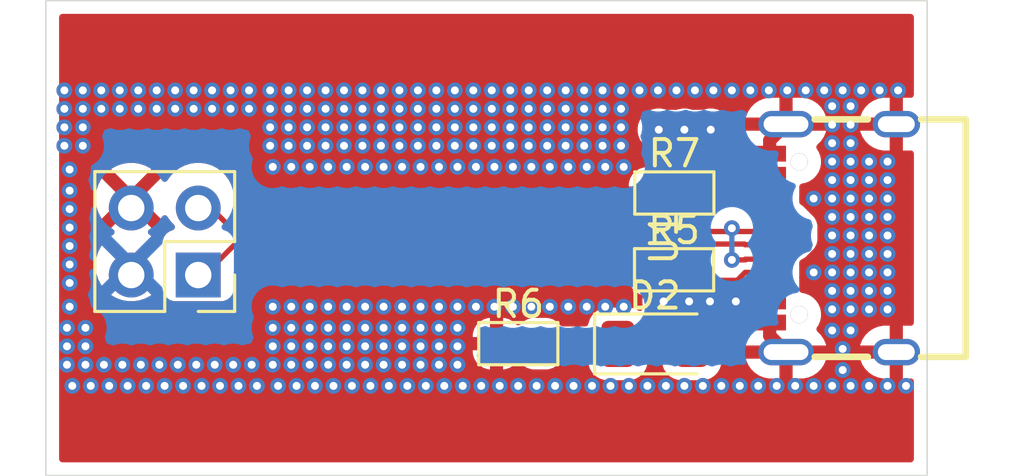
<source format=kicad_pcb>
(kicad_pcb (version 20241229) (generator "pcbnew") (generator_version "9.0")
  (layers (0 "F.Cu" signal) (2 "B.Cu" signal) (13 "F.Paste" user) (15 "B.Paste" user) (5 "F.SilkS" user "F.Silkscreen") (7 "B.SilkS" user "B.Silkscreen") (1 "F.Mask" user) (3 "B.Mask" user) (25 "Edge.Cuts" user))
  (net 0 "")
  (net 1 "Net-(U1-CC1)")
  (net 2 "GND")
  (net 3 "Net-(U1-CC2)")
  (net 6 "+5V")
  (net 7 "/D-")
  (net 8 "/D+")
  (net 9 "Net-(D2-K)")
  (footprint "Connector_PinHeader_2.54mm:PinHeader_2x02_P2.54mm_Vertical" (layer "F.Cu") (at 107.375 96.9 180)
    (property "Reference" "J1" (hide yes))
    (property "Value" "PINHD_2x2_Male")
    (fp_line (start 3.92 -1.38) (end 3.92 3.92) (stroke (width 0.12)) (layer "F.SilkS"))
    (fp_line (start 1.27 1.27) (end 1.27 -1.38) (stroke (width 0.12)) (layer "F.SilkS"))
    (fp_line (start 1.27 -1.38) (end 3.92 -1.38) (stroke (width 0.12)) (layer "F.SilkS"))
    (fp_line (start -1.379999 0) (end -1.38 -1.38) (stroke (width 0.12)) (layer "F.SilkS"))
    (fp_line (start -1.38 3.92) (end 3.92 3.92) (stroke (width 0.12)) (layer "F.SilkS"))
    (fp_line (start -1.38 1.27) (end 1.27 1.27) (stroke (width 0.12)) (layer "F.SilkS"))
    (fp_line (start -1.38 1.27) (end -1.38 3.92) (stroke (width 0.12)) (layer "F.SilkS"))
    (fp_line (start -1.38 -1.38) (end 0 -1.379999) (stroke (width 0.12)) (layer "F.SilkS"))
    (pad "1" thru_hole rect (at 0 0 180) (size 1.7 1.7) (drill 1) (layers "*.Cu" "*.Mask") (net 8 "/D+"))
    (pad "2" thru_hole circle (at 2.54 0 180) (size 1.7 1.7) (drill 1) (layers "*.Cu" "*.Mask") (net 6 "+5V"))
    (pad "3" thru_hole circle (at 0 2.54 180) (size 1.7 1.7) (drill 1) (layers "*.Cu" "*.Mask") (net 7 "/D-"))
    (pad "4" thru_hole circle (at 2.54 2.54 180) (size 1.7 1.7) (drill 1) (layers "*.Cu" "*.Mask") (net 2 "GND"))
  )
  (footprint "PCM_Resistor_SMD_AKL:R_0603_1608Metric" (layer "F.Cu") (at 119.505 99.5)
    (property "Reference" "R6" (at 0 -1.5 0) (layer "F.SilkS"))
    (property "Value" "500" (hide yes))
    (fp_line (start -1.5 -0.8) (end -1.5 0.8) (stroke (width 0.12)) (layer "F.SilkS"))
    (fp_line (start -1.5 0.8) (end 1.5 0.8) (stroke (width 0.12)) (layer "F.SilkS"))
    (fp_line (start 1.5 -0.8) (end -1.5 -0.8) (stroke (width 0.12)) (layer "F.SilkS"))
    (fp_line (start 1.5 0.8) (end 1.5 -0.8) (stroke (width 0.12)) (layer "F.SilkS"))
    (pad "1" smd roundrect (at -0.825 0) (size 0.8 0.95) (layers "F.Cu" "F.Mask" "F.Paste") (net 2 "GND"))
    (pad "2" smd roundrect (at 0.825 0) (size 0.8 0.95) (layers "F.Cu" "F.Mask" "F.Paste") (net 9 "Net-(D2-K)"))
  )
  (footprint "EasyEDA:USB-C-SMD_G-SWITCH_GT-USB-7010ASV" (layer "F.Cu") (at 131.4325 95.5 90)
    (property "Reference" "U1" (at 0 -6.399999 90) (layer "F.SilkS"))
    (property "Value" "GT-USB-7010ASV")
    (fp_line (start 4.5 1.319999) (end 4.5 -0.69) (stroke (width 0.25)) (layer "F.SilkS"))
    (fp_line (start -4.5 1.319999) (end -4.5 -0.69) (stroke (width 0.25)) (layer "F.SilkS"))
    (fp_line (start 4.5 5.030001) (end 4.5 3.34) (stroke (width 0.25)) (layer "F.SilkS"))
    (fp_line (start 4.5 5.030001) (end -4.5 5.030001) (stroke (width 0.25)) (layer "F.SilkS"))
    (fp_line (start -4.5 5.030001) (end -4.5 3.34) (stroke (width 0.25)) (layer "F.SilkS"))
    (pad "" thru_hole circle (at -2.9 -1.28 90) (size 0.65 0.65) (drill 0.65) (layers "*.Cu" "*.Mask"))
    (pad "" thru_hole circle (at 2.89 -1.28 90) (size 0.65 0.65) (drill 0.65) (layers "*.Cu" "*.Mask"))
    (pad "1" thru_hole oval (at -4.32 -1.78 90) (size 1 2.1) (drill oval 0.599999 1.699997) (layers "*.Cu" "*.Mask") (net 2 "GND"))
    (pad "2" thru_hole oval (at 4.32 -1.78 90) (size 1 2.1) (drill oval 0.599999 1.699997) (layers "*.Cu" "*.Mask") (net 2 "GND"))
    (pad "3" thru_hole oval (at 4.32 2.4 90) (size 1 1.8) (drill oval 0.599999 1.399997) (layers "*.Cu" "*.Mask") (net 2 "GND"))
    (pad "4" thru_hole oval (at -4.32 2.4 90) (size 1 1.8) (drill oval 0.599999 1.399997) (layers "*.Cu" "*.Mask") (net 2 "GND"))
    (pad "A1B12" smd rect (at -3.2 -2.4 90) (size 0.6 1.24) (layers "F.Cu" "F.Mask" "F.Paste") (net 2 "GND"))
    (pad "A4B9" smd rect (at -2.4 -2.4 90) (size 0.6 1.24) (layers "F.Cu" "F.Mask" "F.Paste") (net 6 "+5V"))
    (pad "A5" smd rect (at -1.25 -2.4 90) (size 0.3 1.24) (layers "F.Cu" "F.Mask" "F.Paste") (net 1 "Net-(U1-CC1)"))
    (pad "A6" smd rect (at -0.25 -2.4 90) (size 0.3 1.24) (layers "F.Cu" "F.Mask" "F.Paste") (net 8 "/D+"))
    (pad "A7" smd rect (at 0.25 -2.4 90) (size 0.3 1.24) (layers "F.Cu" "F.Mask" "F.Paste") (net 7 "/D-"))
    (pad "A8" smd rect (at 1.25 -2.4 90) (size 0.3 1.24) (layers "F.Cu" "F.Mask" "F.Paste"))
    (pad "B1A12" smd rect (at 3.2 -2.4 90) (size 0.6 1.24) (layers "F.Cu" "F.Mask" "F.Paste") (net 2 "GND"))
    (pad "B4A9" smd rect (at 2.4 -2.4 90) (size 0.6 1.24) (layers "F.Cu" "F.Mask" "F.Paste") (net 6 "+5V"))
    (pad "B5" smd rect (at 1.75 -2.4 90) (size 0.3 1.24) (layers "F.Cu" "F.Mask" "F.Paste") (net 3 "Net-(U1-CC2)"))
    (pad "B6" smd rect (at 0.75 -2.4 90) (size 0.3 1.24) (layers "F.Cu" "F.Mask" "F.Paste") (net 8 "/D+"))
    (pad "B7" smd rect (at -0.75 -2.4 90) (size 0.3 1.24) (layers "F.Cu" "F.Mask" "F.Paste") (net 7 "/D-"))
    (pad "B8" smd rect (at -1.75 -2.4 90) (size 0.3 1.24) (layers "F.Cu" "F.Mask" "F.Paste"))
  )
  (footprint "PCM_Resistor_SMD_AKL:R_0603_1608Metric" (layer "F.Cu") (at 125.42 93.79)
    (property "Reference" "R7" (at 0 -1.5 0) (layer "F.SilkS"))
    (property "Value" "5.1K" (hide yes))
    (fp_line (start -1.5 -0.8) (end -1.5 0.8) (stroke (width 0.12)) (layer "F.SilkS"))
    (fp_line (start -1.5 0.8) (end 1.5 0.8) (stroke (width 0.12)) (layer "F.SilkS"))
    (fp_line (start 1.5 -0.8) (end -1.5 -0.8) (stroke (width 0.12)) (layer "F.SilkS"))
    (fp_line (start 1.5 0.8) (end 1.5 -0.8) (stroke (width 0.12)) (layer "F.SilkS"))
    (pad "1" smd roundrect (at -0.825 0) (size 0.8 0.95) (layers "F.Cu" "F.Mask" "F.Paste") (net 2 "GND"))
    (pad "2" smd roundrect (at 0.825 0) (size 0.8 0.95) (layers "F.Cu" "F.Mask" "F.Paste") (net 3 "Net-(U1-CC2)"))
  )
  (footprint "PCM_Resistor_SMD_AKL:R_0603_1608Metric" (layer "F.Cu") (at 125.41 96.7)
    (property "Reference" "R5" (at 0 -1.5 0) (layer "F.SilkS"))
    (property "Value" "5.1K" (hide yes))
    (fp_line (start -1.5 -0.8) (end -1.5 0.8) (stroke (width 0.12)) (layer "F.SilkS"))
    (fp_line (start -1.5 0.8) (end 1.5 0.8) (stroke (width 0.12)) (layer "F.SilkS"))
    (fp_line (start 1.5 -0.8) (end -1.5 -0.8) (stroke (width 0.12)) (layer "F.SilkS"))
    (fp_line (start 1.5 0.8) (end 1.5 -0.8) (stroke (width 0.12)) (layer "F.SilkS"))
    (pad "1" smd roundrect (at -0.825 0) (size 0.8 0.95) (layers "F.Cu" "F.Mask" "F.Paste") (net 2 "GND"))
    (pad "2" smd roundrect (at 0.825 0) (size 0.8 0.95) (layers "F.Cu" "F.Mask" "F.Paste") (net 1 "Net-(U1-CC1)"))
  )
  (footprint "LED_SMD:LED_1206_3216Metric" (layer "F.Cu") (at 124.68 99.51)
    (property "Reference" "D2" (at 0 -1.83 0) (layer "F.SilkS"))
    (property "Value" "IR26-21C_L110_TR8")
    (fp_line (start -2.285 -1.135) (end -2.285 1.135) (stroke (width 0.12)) (layer "F.SilkS"))
    (fp_line (start -2.285 1.135) (end 1.6 1.135) (stroke (width 0.12)) (layer "F.SilkS"))
    (fp_line (start 1.6 -1.135) (end -2.285 -1.135) (stroke (width 0.12)) (layer "F.SilkS"))
    (pad "1" smd roundrect (at -1.4 0) (size 1.25 1.75) (layers "F.Cu" "F.Mask" "F.Paste") (roundrect_rratio 0.2) (net 9 "Net-(D2-K)"))
    (pad "2" smd roundrect (at 1.4 0) (size 1.25 1.75) (layers "F.Cu" "F.Mask" "F.Paste") (roundrect_rratio 0.2) (net 6 "+5V"))
  )
  (gr_rect (start 101.6 86.5) (end 135 104.5) (stroke (width 0.05)) (fill no) (layer "Edge.Cuts"))
  (segment (start 126.5 96.695) (end 126.905 97.1) (width 0.2) (layer "F.Cu") (net 1))
  (segment (start 126.235 96.7) (end 126.24 96.695) (width 0.2) (layer "F.Cu") (net 1))
  (segment (start 128.101 96.799) (end 128.9835 96.799) (width 0.2) (layer "F.Cu") (net 1))
  (segment (start 126.24 96.695) (end 126.5 96.695) (width 0.2) (layer "F.Cu") (net 1))
  (segment (start 126.905 97.1) (end 127.8 97.1) (width 0.2) (layer "F.Cu") (net 1))
  (segment (start 128.9835 96.799) (end 129.0325 96.75) (width 0.2) (layer "F.Cu") (net 1))
  (segment (start 127.8 97.1) (end 128.101 96.799) (width 0.2) (layer "F.Cu") (net 1))
  (segment (start 129.0325 98.7) (end 129.0325 99.2) (width 0.5) (layer "F.Cu") (net 2))
  (segment (start 129.0325 92.3) (end 129.0325 91.8) (width 0.5) (layer "F.Cu") (net 2))
  (segment (start 129.0325 99.2) (end 129.6525 99.82) (width 0.5) (layer "F.Cu") (net 2))
  (segment (start 129.0325 91.8) (end 129.6525 91.18) (width 0.5) (layer "F.Cu") (net 2))
  (via (at 113.7 98.9) (size 0.6) (drill 0.3) (layers "F.Cu" "B.Cu") (net 2))
  (via (at 126.2 89.9) (size 0.6) (drill 0.3) (layers "F.Cu" "B.Cu") (net 2))
  (via (at 122 92) (size 0.6) (drill 0.3) (layers "F.Cu" "B.Cu") (net 2))
  (via (at 113.9 101.1) (size 0.6) (drill 0.3) (layers "F.Cu" "B.Cu") (net 2))
  (via (at 115.7 91.3) (size 0.6) (drill 0.3) (layers "F.Cu" "B.Cu") (net 2))
  (via (at 118.6 98.1) (size 0.6) (drill 0.3) (layers "F.Cu" "B.Cu") (net 2))
  (via (at 115.1 99.6) (size 0.6) (drill 0.3) (layers "F.Cu" "B.Cu") (net 2))
  (via (at 129 89.9) (size 0.6) (drill 0.3) (layers "F.Cu" "B.Cu") (net 2))
  (via (at 105.2 100.3) (size 0.6) (drill 0.3) (layers "F.Cu" "B.Cu") (net 2))
  (via (at 131.4 95.4) (size 0.6) (drill 0.3) (layers "F.Cu" "B.Cu") (net 2))
  (via (at 117.9 98.1) (size 0.6) (drill 0.3) (layers "F.Cu" "B.Cu") (net 2))
  (via (at 117.8 89.9) (size 0.6) (drill 0.3) (layers "F.Cu" "B.Cu") (net 2))
  (via (at 107.5 101.1) (size 0.6) (drill 0.3) (layers "F.Cu" "B.Cu") (net 2))
  (via (at 132.8 96.8) (size 0.6) (drill 0.3) (layers "F.Cu" "B.Cu") (net 2))
  (via (at 110.9 98.1) (size 0.6) (drill 0.3) (layers "F.Cu" "B.Cu") (net 2))
  (via (at 111.6 92.8) (size 0.6) (drill 0.3) (layers "F.Cu" "B.Cu") (net 2))
  (via (at 118.5 91.3) (size 0.6) (drill 0.3) (layers "F.Cu" "B.Cu") (net 2))
  (via (at 122 89.9) (size 0.6) (drill 0.3) (layers "F.Cu" "B.Cu") (net 2))
  (via (at 114.6 101.1) (size 0.6) (drill 0.3) (layers "F.Cu" "B.Cu") (net 2))
  (via (at 114.4 98.1) (size 0.6) (drill 0.3) (layers "F.Cu" "B.Cu") (net 2))
  (via (at 133.5 95.4) (size 0.6) (drill 0.3) (layers "F.Cu" "B.Cu") (net 2))
  (via (at 117.8 92) (size 0.6) (drill 0.3) (layers "F.Cu" "B.Cu") (net 2))
  (via (at 102.6 101.1) (size 0.6) (drill 0.3) (layers "F.Cu" "B.Cu") (net 2))
  (via (at 113.6 92) (size 0.6) (drill 0.3) (layers "F.Cu" "B.Cu") (net 2))
  (via (at 133.5 96.8) (size 0.6) (drill 0.3) (layers "F.Cu" "B.Cu") (net 2))
  (via (at 110.1 89.9) (size 0.6) (drill 0.3) (layers "F.Cu" "B.Cu") (net 2))
  (via (at 122.7 92) (size 0.6) (drill 0.3) (layers "F.Cu" "B.Cu") (net 2))
  (via (at 116.5 98.1) (size 0.6) (drill 0.3) (layers "F.Cu" "B.Cu") (net 2))
  (via (at 113.7 100.3) (size 0.6) (drill 0.3) (layers "F.Cu" "B.Cu") (net 2))
  (via (at 132.5 89.9) (size 0.6) (drill 0.3) (layers "F.Cu" "B.Cu") (net 2))
  (via (at 132.8 94.7) (size 0.6) (drill 0.3) (layers "F.Cu" "B.Cu") (net 2))
  (via (at 103 92) (size 0.6) (drill 0.3) (layers "F.Cu" "B.Cu") (net 2))
  (via (at 127.2 101.1) (size 0.6) (drill 0.3) (layers "F.Cu" "B.Cu") (net 2))
  (via (at 113 100.3) (size 0.6) (drill 0.3) (layers "F.Cu" "B.Cu") (net 2))
  (via (at 117.2 98.1) (size 0.6) (drill 0.3) (layers "F.Cu" "B.Cu") (net 2))
  (via (at 108.2 101.1) (size 0.6) (drill 0.3) (layers "F.Cu" "B.Cu") (net 2))
  (via (at 110.9 98.9) (size 0.6) (drill 0.3) (layers "F.Cu" "B.Cu") (net 2))
  (via (at 111.6 99.6) (size 0.6) (drill 0.3) (layers "F.Cu" "B.Cu") (net 2))
  (via (at 115.1 98.1) (size 0.6) (drill 0.3) (layers "F.Cu" "B.Cu") (net 2))
  (via (at 121.3 90.6) (size 0.6) (drill 0.3) (layers "F.Cu" "B.Cu") (net 2))
  (via (at 115.8 99.6) (size 0.6) (drill 0.3) (layers "F.Cu" "B.Cu") (net 2))
  (via (at 122.8 92.8) (size 0.6) (drill 0.3) (layers "F.Cu" "B.Cu") (net 2))
  (via (at 133.9 89.9) (size 0.6) (drill 0.3) (layers "F.Cu" "B.Cu") (net 2))
  (via (at 131.8 99.7) (size 0.6) (drill 0.3) (layers "F.Cu" "B.Cu") (net 2))
  (via (at 110.9 100.3) (size 0.6) (drill 0.3) (layers "F.Cu" "B.Cu") (net 2))
  (via (at 131.4 91.9) (size 0.6) (drill 0.3) (layers "F.Cu" "B.Cu") (net 2))
  (via (at 112.9 91.3) (size 0.6) (drill 0.3) (layers "F.Cu" "B.Cu") (net 2))
  (via (at 131.4 99) (size 0.6) (drill 0.3) (layers "F.Cu" "B.Cu") (net 2))
  (via (at 103.1 98.9) (size 0.6) (drill 0.3) (layers "F.Cu" "B.Cu") (net 2))
  (via (at 103.7 89.9) (size 0.6) (drill 0.3) (layers "F.Cu" "B.Cu") (net 2))
  (via (at 133.5 98.2) (size 0.6) (drill 0.3) (layers "F.Cu" "B.Cu") (net 2))
  (via (at 110.9 92.8) (size 0.6) (drill 0.3) (layers "F.Cu" "B.Cu") (net 2))
  (via (at 111.6 100.3) (size 0.6) (drill 0.3) (layers "F.Cu" "B.Cu") (net 2))
  (via (at 102.3 92) (size 0.6) (drill 0.3) (layers "F.Cu" "B.Cu") (net 2))
  (via (at 104 101.1) (size 0.6) (drill 0.3) (layers "F.Cu" "B.Cu") (net 2))
  (via (at 118.5 92) (size 0.6) (drill 0.3) (layers "F.Cu" "B.Cu") (net 2))
  (via (at 113.7 92.8) (size 0.6) (drill 0.3) (layers "F.Cu" "B.Cu") (net 2))
  (via (at 120.7 92.8) (size 0.6) (drill 0.3) (layers "F.Cu" "B.Cu") (net 2))
  (via (at 116.4 92) (size 0.6) (drill 0.3) (layers "F.Cu" "B.Cu") (net 2))
  (via (at 106.6 100.3) (size 0.6) (drill 0.3) (layers "F.Cu" "B.Cu") (net 2))
  (via (at 133.5 94.7) (size 0.6) (drill 0.3) (layers "F.Cu" "B.Cu") (net 2))
  (via (at 124.4 101.1) (size 0.6) (drill 0.3) (layers "F.Cu" "B.Cu") (net 2))
  (via (at 120.9 101.1) (size 0.6) (drill 0.3) (layers "F.Cu" "B.Cu") (net 2))
  (via (at 132.1 91.9) (size 0.6) (drill 0.3) (layers "F.Cu" "B.Cu") (net 2))
  (via (at 125.5 89.9) (size 0.6) (drill 0.3) (layers "F.Cu" "B.Cu") (net 2))
  (via (at 116.5 98.9) (size 0.6) (drill 0.3) (layers "F.Cu" "B.Cu") (net 2))
  (via (at 133.5 93.3) (size 0.6) (drill 0.3) (layers "F.Cu" "B.Cu") (net 2))
  (via (at 107.9 90.6) (size 0.6) (drill 0.3) (layers "F.Cu" "B.Cu") (net 2))
  (via (at 108.6 89.9) (size 0.6) (drill 0.3) (layers "F.Cu" "B.Cu") (net 2))
  (via (at 114.3 89.9) (size 0.6) (drill 0.3) (layers "F.Cu" "B.Cu") (net 2))
  (via (at 124.1 89.9) (size 0.6) (drill 0.3) (layers "F.Cu" "B.Cu") (net 2))
  (via (at 133.2 89.9) (size 0.6) (drill 0.3) (layers "F.Cu" "B.Cu") (net 2))
  (via (at 122.1 98.1) (size 0.6) (drill 0.3) (layers "F.Cu" "B.Cu") (net 2))
  (via (at 132.1 91.2) (size 0.6) (drill 0.3) (layers "F.Cu" "B.Cu") (net 2))
  (via (at 116.4 91.3) (size 0.6) (drill 0.3) (layers "F.Cu" "B.Cu") (net 2))
  (via (at 106.1 101.1) (size 0.6) (drill 0.3) (layers "F.Cu" "B.Cu") (net 2))
  (via (at 119.9 92) (size 0.6) (drill 0.3) (layers "F.Cu" "B.Cu") (net 2))
  (via (at 117.1 89.9) (size 0.6) (drill 0.3) (layers "F.Cu" "B.Cu") (net 2))
  (via (at 132.1 96.1) (size 0.6) (drill 0.3) (layers "F.Cu" "B.Cu") (net 2))
  (via (at 118.1 101.1) (size 0.6) (drill 0.3) (layers "F.Cu" "B.Cu") (net 2))
  (via (at 123.4 89.9) (size 0.6) (drill 0.3) (layers "F.Cu" "B.Cu") (net 2))
  (via (at 112.3 98.1) (size 0.6) (drill 0.3) (layers "F.Cu" "B.Cu") (net 2))
  (via (at 109.6 101.1) (size 0.6) (drill 0.3) (layers "F.Cu" "B.Cu") (net 2))
  (via (at 107.9 89.9) (size 0.6) (drill 0.3) (layers "F.Cu" "B.Cu") (net 2))
  (via (at 112.2 91.3) (size 0.6) (drill 0.3) (layers "F.Cu" "B.Cu") (net 2))
  (via (at 123.4 91.3) (size 0.6) (drill 0.3) (layers "F.Cu" "B.Cu") (net 2))
  (via (at 110.8 92) (size 0.6) (drill 0.3) (layers "F.Cu" "B.Cu") (net 2))
  (via (at 110.9 99.6) (size 0.6) (drill 0.3) (layers "F.Cu" "B.Cu") (net 2))
  (via (at 112.3 98.9) (size 0.6) (drill 0.3) (layers "F.Cu" "B.Cu") (net 2))
  (via (at 125.1 101.1) (size 0.6) (drill 0.3) (layers "F.Cu" "B.Cu") (net 2))
  (via (at 120.6 90.6) (size 0.6) (drill 0.3) (layers "F.Cu" "B.Cu") (net 2))
  (via (at 102.5 94.4) (size 0.6) (drill 0.3) (layers "F.Cu" "B.Cu") (net 2))
  (via (at 121.3 91.3) (size 0.6) (drill 0.3) (layers "F.Cu" "B.Cu") (net 2))
  (via (at 110.4 101.1) (size 0.6) (drill 0.3) (layers "F.Cu" "B.Cu") (net 2))
  (via (at 132.1 95.4) (size 0.6) (drill 0.3) (layers "F.Cu" "B.Cu") (net 2))
  (via (at 103.1 100.3) (size 0.6) (drill 0.3) (layers "F.Cu" "B.Cu") (net 2))
  (via (at 122.3 101.1) (size 0.6) (drill 0.3) (layers "F.Cu" "B.Cu") (net 2))
  (via (at 112.9 90.6) (size 0.6) (drill 0.3) (layers "F.Cu" "B.Cu") (net 2))
  (via (at 112.2 92) (size 0.6) (drill 0.3) (layers "F.Cu" "B.Cu") (net 2))
  (via (at 115.7 92) (size 0.6) (drill 0.3) (layers "F.Cu" "B.Cu") (net 2))
  (via (at 114.4 99.6) (size 0.6) (drill 0.3) (layers "F.Cu" "B.Cu") (net 2))
  (via (at 110.8 90.6) (size 0.6) (drill 0.3) (layers "F.Cu" "B.Cu") (net 2))
  (via (at 130.4 89.9) (size 0.6) (drill 0.3) (layers "F.Cu" "B.Cu") (net 2))
  (via (at 132.8 92.6) (size 0.6) (drill 0.3) (layers "F.Cu" "B.Cu") (net 2))
  (via (at 114.4 92.8) (size 0.6) (drill 0.3) (layers "F.Cu" "B.Cu") (net 2))
  (via (at 122.8 98.1) (size 0.6) (drill 0.3) (layers "F.Cu" "B.Cu") (net 2))
  (via (at 119.2 92) (size 0.6) (drill 0.3) (layers "F.Cu" "B.Cu") (net 2))
  (via (at 115 92) (size 0.6) (drill 0.3) (layers "F.Cu" "B.Cu") (net 2))
  (via (at 110.1 92) (size 0.6) (drill 0.3) (layers "F.Cu" "B.Cu") (net 2))
  (via (at 112.3 100.3) (size 0.6) (drill 0.3) (layers "F.Cu" "B.Cu") (net 2))
  (via (at 132.1 94) (size 0.6) (drill 0.3) (layers "F.Cu" "B.Cu") (net 2))
  (via (at 108 100.3) (size 0.6) (drill 0.3) (layers "F.Cu" "B.Cu") (net 2))
  (via (at 104.5 100.3) (size 0.6) (drill 0.3) (layers "F.Cu" "B.Cu") (net 2))
  (via (at 110.2 99.6) (size 0.6) (drill 0.3) (layers "F.Cu" "B.Cu") (net 2))
  (via (at 102.5 97.2) (size 0.6) (drill 0.3) (layers "F.Cu" "B.Cu") (net 2))
  (via (at 117.1 91.3) (size 0.6) (drill 0.3) (layers "F.Cu" "B.Cu") (net 2))
  (via (at 108.6 90.6) (size 0.6) (drill 0.3) (layers "F.Cu" "B.Cu") (net 2))
  (via (at 128.3 89.9) (size 0.6) (drill 0.3) (layers "F.Cu" "B.Cu") (net 2))
  (via (at 110.8 91.3) (size 0.6) (drill 0.3) (layers "F.Cu" "B.Cu") (net 2))
  (via (at 132.8 96.1) (size 0.6) (drill 0.3) (layers "F.Cu" "B.Cu") (net 2))
  (via (at 111.5 90.6) (size 0.6) (drill 0.3) (layers "F.Cu" "B.Cu") (net 2))
  (via (at 123 101.1) (size 0.6) (drill 0.3) (layers "F.Cu" "B.Cu") (net 2))
  (via (at 113.7 99.6) (size 0.6) (drill 0.3) (layers "F.Cu" "B.Cu") (net 2))
  (via (at 118.5 90.6) (size 0.6) (drill 0.3) (layers "F.Cu" "B.Cu") (net 2))
  (via (at 115.1 100.3) (size 0.6) (drill 0.3) (layers "F.Cu" "B.Cu") (net 2))
  (via (at 131.4 93.3) (size 0.6) (drill 0.3) (layers "F.Cu" "B.Cu") (net 2))
  (via (at 132.1 92.6) (size 0.6) (drill 0.3) (layers "F.Cu" "B.Cu") (net 2))
  (via (at 121.3 89.9) (size 0.6) (drill 0.3) (layers "F.Cu" "B.Cu") (net 2))
  (via (at 105.9 100.3) (size 0.6) (drill 0.3) (layers "F.Cu" "B.Cu") (net 2))
  (via (at 131.8 100.5) (size 0.6) (drill 0.3) (layers "F.Cu" "B.Cu") (net 2))
  (via (at 102.5 98.1) (size 0.6) (drill 0.3) (layers "F.Cu" "B.Cu") (net 2))
  (via (at 102.5 95.1) (size 0.6) (drill 0.3) (layers "F.Cu" "B.Cu") (net 2))
  (via (at 122.7 91.3) (size 0.6) (drill 0.3) (layers "F.Cu" "B.Cu") (net 2))
  (via (at 110.8 89.9) (size 0.6) (drill 0.3) (layers "F.Cu" "B.Cu") (net 2))
  (via (at 113 98.1) (size 0.6) (drill 0.3) (layers "F.Cu" "B.Cu") (net 2))
  (via (at 112.9 92) (size 0.6) (drill 0.3) (layers "F.Cu" "B.Cu") (net 2))
  (via (at 115.3 101.1) (size 0.6) (drill 0.3) (layers "F.Cu" "B.Cu") (net 2))
  (via (at 104.7 101.1) (size 0.6) (drill 0.3) (layers "F.Cu" "B.Cu") (net 2))
  (via (at 105.1 90.6) (size 0.6) (drill 0.3) (layers "F.Cu" "B.Cu") (net 2))
  (via (at 105.1 89.9) (size 0.6) (drill 0.3) (layers "F.Cu" "B.Cu") (net 2))
  (via (at 115.7 90.6) (size 0.6) (drill 0.3) (layers "F.Cu" "B.Cu") (net 2))
  (via (at 130.7 94) (size 0.6) (drill 0.3) (layers "F.Cu" "B.Cu") (net 2))
  (via (at 116.5 99.6) (size 0.6) (drill 0.3) (layers "F.Cu" "B.Cu") (net 2))
  (via (at 118.6 92.8) (size 0.6) (drill 0.3) (layers "F.Cu" "B.Cu") (net 2))
  (via (at 110.2 100.3) (size 0.6) (drill 0.3) (layers "F.Cu" "B.Cu") (net 2))
  (via (at 122 91.3) (size 0.6) (drill 0.3) (layers "F.Cu" "B.Cu") (net 2))
  (via (at 131.4 90.5) (size 0.6) (drill 0.3) (layers "F.Cu" "B.Cu") (net 2))
  (via (at 112.9 89.9) (size 0.6) (drill 0.3) (layers "F.Cu" "B.Cu") (net 2))
  (via (at 123.5 98.1) (size 0.6) (drill 0.3) (layers "F.Cu" "B.Cu") (net 2))
  (via (at 102.3 90.6) (size 0.6) (drill 0.3) (layers "F.Cu" "B.Cu") (net 2))
  (via (at 116.5 92.8) (size 0.6) (drill 0.3) (layers "F.Cu" "B.Cu") (net 2))
  (via (at 105.8 89.9) (size 0.6) (drill 0.3) (layers "F.Cu" "B.Cu") (net 2))
  (via (at 119.2 89.9) (size 0.6) (drill 0.3) (layers "F.Cu" "B.Cu") (net 2))
  (via (at 102.3 91.3) (size 0.6) (drill 0.3) (layers "F.Cu" "B.Cu") (net 2))
  (via (at 110.2 92.8) (size 0.6) (drill 0.3) (layers "F.Cu" "B.Cu") (net 2))
  (via (at 117.1 92) (size 0.6) (drill 0.3) (layers "F.Cu" "B.Cu") (net 2))
  (via (at 127.6 89.9) (size 0.6) (drill 0.3) (layers "F.Cu" "B.Cu") (net 2))
  (via (at 111.6 98.1) (size 0.6) (drill 0.3) (layers "F.Cu" "B.Cu") (net 2))
  (via (at 121.4 98.1) (size 0.6) (drill 0.3) (layers "F.Cu" "B.Cu") (net 2))
  (via (at 106.5 90.6) (size 0.6) (drill 0.3) (layers "F.Cu" "B.Cu") (net 2))
  (via (at 119.9 90.6) (size 0.6) (drill 0.3) (layers "F.Cu" "B.Cu") (net 2))
  (via (at 117.9 92.8) (size 0.6) (drill 0.3) (layers "F.Cu" "B.Cu") (net 2))
  (via (at 132.8 93.3) (size 0.6) (drill 0.3) (layers "F.Cu" "B.Cu") (net 2))
  (via (at 113.6 89.9) (size 0.6) (drill 0.3) (layers "F.Cu" "B.Cu") (net 2))
  (via (at 132.1 94.7) (size 0.6) (drill 0.3) (layers "F.Cu" "B.Cu") (net 2))
  (via (at 109.3 89.9) (size 0.6) (drill 0.3) (layers "F.Cu" "B.Cu") (net 2))
  (via (at 113 92.8) (size 0.6) (drill 0.3) (layers "F.Cu" "B.Cu") (net 2))
  (via (at 131.4 97.5) (size 0.6) (drill 0.3) (layers "F.Cu" "B.Cu") (net 2))
  (via (at 116.5 100.3) (size 0.6) (drill 0.3) (layers "F.Cu" "B.Cu") (net 2))
  (via (at 115 91.3) (size 0.6) (drill 0.3) (layers "F.Cu" "B.Cu") (net 2))
  (via (at 116.4 90.6) (size 0.6) (drill 0.3) (layers "F.Cu" "B.Cu") (net 2))
  (via (at 117.2 99.6) (size 0.6) (drill 0.3) (layers "F.Cu" "B.Cu") (net 2))
  (via (at 117.2 92.8) (size 0.6) (drill 0.3) (layers "F.Cu" "B.Cu") (net 2))
  (via (at 113.7 98.1) (size 0.6) (drill 0.3) (layers "F.Cu" "B.Cu") (net 2))
  (via (at 117.1 90.6) (size 0.6) (drill 0.3) (layers "F.Cu" "B.Cu") (net 2))
  (via (at 119.3 98.1) (size 0.6) (drill 0.3) (layers "F.Cu" "B.Cu") (net 2))
  (via (at 102.4 98.9) (size 0.6) (drill 0.3) (layers "F.Cu" "B.Cu") (net 2))
  (via (at 132.8 97.5) (size 0.6) (drill 0.3) (layers "F.Cu" "B.Cu") (net 2))
  (via (at 119.5 101.1) (size 0.6) (drill 0.3) (layers "F.Cu" "B.Cu") (net 2))
  (via (at 117.8 91.3) (size 0.6) (drill 0.3) (layers "F.Cu" "B.Cu") (net 2))
  (via (at 107.2 90.6) (size 0.6) (drill 0.3) (layers "F.Cu" "B.Cu") (net 2))
  (via (at 132.1 93.3) (size 0.6) (drill 0.3) (layers "F.Cu" "B.Cu") (net 2))
  (via (at 113.6 90.6) (size 0.6) (drill 0.3) (layers "F.Cu" "B.Cu") (net 2))
  (via (at 113.6 91.3) (size 0.6) (drill 0.3) (layers "F.Cu" "B.Cu") (net 2))
  (via (at 120.7 98.1) (size 0.6) (drill 0.3) (layers "F.Cu" "B.Cu") (net 2))
  (via (at 131.4 96.8) (size 0.6) (drill 0.3) (layers "F.Cu" "B.Cu") (net 2))
  (via (at 132.8 95.4) (size 0.6) (drill 0.3) (layers "F.Cu" "B.Cu") (net 2))
  (via (at 104.4 90.6) (size 0.6) (drill 0.3) (layers "F.Cu" "B.Cu") (net 2))
  (via (at 116.4 89.9) (size 0.6) (drill 0.3) (layers "F.Cu" "B.Cu") (net 2))
  (via (at 125.8 101.1) (size 0.6) (drill 0.3) (layers "F.Cu" "B.Cu") (net 2))
  (via (at 126.5 101.1) (size 0.6) (drill 0.3) (layers "F.Cu" "B.Cu") (net 2))
  (via (at 134.2 101.1) (size 0.6) (drill 0.3) (layers "F.Cu" "B.Cu") (net 2))
  (via (at 120.6 91.3) (size 0.6) (drill 0.3) (layers "F.Cu" "B.Cu") (net 2))
  (via (at 126.9 89.9) (size 0.6) (drill 0.3) (layers "F.Cu" "B.Cu") (net 2))
  (via (at 132.1 90.5) (size 0.6) (drill 0.3) (layers "F.Cu" "B.Cu") (net 2))
  (via (at 103.1 99.6) (size 0.6) (drill 0.3) (layers "F.Cu" "B.Cu") (net 2))
  (via (at 117.4 101.1) (size 0.6) (drill 0.3) (layers "F.Cu" "B.Cu") (net 2))
  (via (at 102.3 89.9) (size 0.6) (drill 0.3) (layers "F.Cu" "B.Cu") (net 2))
  (via (at 114.3 92) (size 0.6) (drill 0.3) (layers "F.Cu" "B.Cu") (net 2))
  (via (at 133.5 97.5) (size 0.6) (drill 0.3) (layers "F.Cu" "B.Cu") (net 2))
  (via (at 103.3 101.1) (size 0.6) (drill 0.3) (layers "F.Cu" "B.Cu") (net 2))
  (via (at 122.1 92.8) (size 0.6) (drill 0.3) (layers "F.Cu" "B.Cu") (net 2))
  (via (at 108.9 101.1) (size 0.6) (drill 0.3) (layers "F.Cu" "B.Cu") (net 2))
  (via (at 129.7 89.9) (size 0.6) (drill 0.3) (layers "F.Cu" "B.Cu") (net 2))
  (via (at 111.5 89.9) (size 0.6) (drill 0.3) (layers "F.Cu" "B.Cu") (net 2))
  (via (at 110.1 91.3) (size 0.6) (drill 0.3) (layers "F.Cu" "B.Cu") (net 2))
  (via (at 112.2 90.6) (size 0.6) (drill 0.3) (layers "F.Cu" "B.Cu") (net 2))
  (via (at 132.1 96.8) (size 0.6) (drill 0.3) (layers "F.Cu" "B.Cu") (net 2))
  (via (at 133.5 101.1) (size 0.6) (drill 0.3) (layers "F.Cu" "B.Cu") (net 2))
  (via (at 112.3 99.6) (size 0.6) (drill 0.3) (layers "F.Cu" "B.Cu") (net 2))
  (via (at 117.2 98.9) (size 0.6) (drill 0.3) (layers "F.Cu" "B.Cu") (net 2))
  (via (at 115 89.9) (size 0.6) (drill 0.3) (layers "F.Cu" "B.Cu") (net 2))
  (via (at 115.7 89.9) (size 0.6) (drill 0.3) (layers "F.Cu" "B.Cu") (net 2))
  (via (at 111.5 91.3) (size 0.6) (drill 0.3) (layers "F.Cu" "B.Cu") (net 2))
  (via (at 132.8 101.1) (size 0.6) (drill 0.3) (layers "F.Cu" "B.Cu") (net 2))
  (via (at 132.1 98.2) (size 0.6) (drill 0.3) (layers "F.Cu" "B.Cu") (net 2))
  (via (at 115 90.6) (size 0.6) (drill 0.3) (layers "F.Cu" "B.Cu") (net 2))
  (via (at 131.4 91.2) (size 0.6) (drill 0.3) (layers "F.Cu" "B.Cu") (net 2))
  (via (at 110.1 90.6) (size 0.6) (drill 0.3) (layers "F.Cu" "B.Cu") (net 2))
  (via (at 120.6 89.9) (size 0.6) (drill 0.3) (layers "F.Cu" "B.Cu") (net 2))
  (via (at 121.3 92) (size 0.6) (drill 0.3) (layers "F.Cu" "B.Cu") (net 2))
  (via (at 103 90.6) (size 0.6) (drill 0.3) (layers "F.Cu" "B.Cu") (net 2))
  (via (at 111.5 92) (size 0.6) (drill 0.3) (layers "F.Cu" "B.Cu") (net 2))
  (via (at 129.3 101.1) (size 0.6) (drill 0.3) (layers "F.Cu" "B.Cu") (net 2))
  (via (at 132.1 99) (size 0.6) (drill 0.3) (layers "F.Cu" "B.Cu") (net 2))
  (via (at 111.6 98.9) (size 0.6) (drill 0.3) (layers "F.Cu" "B.Cu") (net 2))
  (via (at 119.3 92.8) (size 0.6) (drill 0.3) (layers "F.Cu" "B.Cu") (net 2))
  (via (at 102.5 93.7) (size 0.6) (drill 0.3) (layers "F.Cu" "B.Cu") (net 2))
  (via (at 132.1 97.5) (size 0.6) (drill 0.3) (layers "F.Cu" "B.Cu") (net 2))
  (via (at 119.9 91.3) (size 0.6) (drill 0.3) (layers "F.Cu" "B.Cu") (net 2))
  (via (at 132.1 101.1) (size 0.6) (drill 0.3) (layers "F.Cu" "B.Cu") (net 2))
  (via (at 115.1 92.8) (size 0.6) (drill 0.3) (layers "F.Cu" "B.Cu") (net 2))
  (via (at 103 89.9) (size 0.6) (drill 0.3) (layers "F.Cu" "B.Cu") (net 2))
  (via (at 120.6 92) (size 0.6) (drill 0.3) (layers "F.Cu" "B.Cu") (net 2))
  (via (at 120 92.8) (size 0.6) (drill 0.3) (layers "F.Cu" "B.Cu") (net 2))
  (via (at 120 98.1) (size 0.6) (drill 0.3) (layers "F.Cu" "B.Cu") (net 2))
  (via (at 113 99.6) (size 0.6) (drill 0.3) (layers "F.Cu" "B.Cu") (net 2))
  (via (at 121.4 92.8) (size 0.6) (drill 0.3) (layers "F.Cu" "B.Cu") (net 2))
  (via (at 130.7 101.1) (size 0.6) (drill 0.3) (layers "F.Cu" "B.Cu") (net 2))
  (via (at 133.5 92.6) (size 0.6) (drill 0.3) (layers "F.Cu" "B.Cu") (net 2))
  (via (at 102.5 95.8) (size 0.6) (drill 0.3) (layers "F.Cu" "B.Cu") (net 2))
  (via (at 112.5 101.1) (size 0.6) (drill 0.3) (layers "F.Cu" "B.Cu") (net 2))
  (via (at 107.2 89.9) (size 0.6) (drill 0.3) (layers "F.Cu" "B.Cu") (net 2))
  (via (at 119.9 89.9) (size 0.6) (drill 0.3) (layers "F.Cu" "B.Cu") (net 2))
  (via (at 114.3 91.3) (size 0.6) (drill 0.3) (layers "F.Cu" "B.Cu") (net 2))
  (via (at 119.2 90.6) (size 0.6) (drill 0.3) (layers "F.Cu" "B.Cu") (net 2))
  (via (at 103.8 100.3) (size 0.6) (drill 0.3) (layers "F.Cu" "B.Cu") (net 2))
  (via (at 115.8 98.1) (size 0.6) (drill 0.3) (layers "F.Cu" "B.Cu") (net 2))
  (via (at 114.4 100.3) (size 0.6) (drill 0.3) (layers "F.Cu" "B.Cu") (net 2))
  (via (at 106.8 101.1) (size 0.6) (drill 0.3) (layers "F.Cu" "B.Cu") (net 2))
  (via (at 123.7 101.1) (size 0.6) (drill 0.3) (layers "F.Cu" "B.Cu") (net 2))
  (via (at 127.9 101.1) (size 0.6) (drill 0.3) (layers "F.Cu" "B.Cu") (net 2))
  (via (at 131.4 98.2) (size 0.6) (drill 0.3) (layers "F.Cu" "B.Cu") (net 2))
  (via (at 112.2 89.9) (size 0.6) (drill 0.3) (layers "F.Cu" "B.Cu") (net 2))
  (via (at 111.1 101.1) (size 0.6) (drill 0.3) (layers "F.Cu" "B.Cu") (net 2))
  (via (at 103.7 90.6) (size 0.6) (drill 0.3) (layers "F.Cu" "B.Cu") (net 2))
  (via (at 119.2 91.3) (size 0.6) (drill 0.3) (layers "F.Cu" "B.Cu") (net 2))
  (via (at 102.4 99.6) (size 0.6) (drill 0.3) (layers "F.Cu" "B.Cu") (net 2))
  (via (at 123.5 92.8) (size 0.6) (drill 0.3) (layers "F.Cu" "B.Cu") (net 2))
  (via (at 131.1 89.9) (size 0.6) (drill 0.3) (layers "F.Cu" "B.Cu") (net 2))
  (via (at 111.8 101.1) (size 0.6) (drill 0.3) (layers "F.Cu" "B.Cu") (net 2))
  (via (at 122 90.6) (size 0.6) (drill 0.3) (layers "F.Cu" "B.Cu") (net 2))
  (via (at 105.4 101.1) (size 0.6) (drill 0.3) (layers "F.Cu" "B.Cu") (net 2))
  (via (at 114.4 98.9) (size 0.6) (drill 0.3) (layers "F.Cu" "B.Cu") (net 2))
  (via (at 117.8 90.6) (size 0.6) (drill 0.3) (layers "F.Cu" "B.Cu") (net 2))
  (via (at 131.4 92.6) (size 0.6) (drill 0.3) (layers "F.Cu" "B.Cu") (net 2))
  (via (at 121.6 101.1) (size 0.6) (drill 0.3) (layers "F.Cu" "B.Cu") (net 2))
  (via (at 131.4 101.1) (size 0.6) (drill 0.3) (layers "F.Cu" "B.Cu") (net 2))
  (via (at 118.5 89.9) (size 0.6) (drill 0.3) (layers "F.Cu" "B.Cu") (net 2))
  (via (at 115.8 98.9) (size 0.6) (drill 0.3) (layers "F.Cu" "B.Cu") (net 2))
  (via (at 108.7 100.3) (size 0.6) (drill 0.3) (layers "F.Cu" "B.Cu") (net 2))
  (via (at 113.2 101.1) (size 0.6) (drill 0.3) (layers "F.Cu" "B.Cu") (net 2))
  (via (at 116.7 101.1) (size 0.6) (drill 0.3) (layers "F.Cu" "B.Cu") (net 2))
  (via (at 115.8 92.8) (size 0.6) (drill 0.3) (layers "F.Cu" "B.Cu") (net 2))
  (via (at 122.7 90.6) (size 0.6) (drill 0.3) (layers "F.Cu" "B.Cu") (net 2))
  (via (at 124.8 89.9) (size 0.6) (drill 0.3) (layers "F.Cu" "B.Cu") (net 2))
  (via (at 131.4 94.7) (size 0.6) (drill 0.3) (layers "F.Cu" "B.Cu") (net 2))
  (via (at 130.7 96.8) (size 0.6) (drill 0.3) (layers "F.Cu" "B.Cu") (net 2))
  (via (at 110.2 98.9) (size 0.6) (drill 0.3) (layers "F.Cu" "B.Cu") (net 2))
  (via (at 132.8 98.2) (size 0.6) (drill 0.3) (layers "F.Cu" "B.Cu") (net 2))
  (via (at 122.7 89.9) (size 0.6) (drill 0.3) (layers "F.Cu" "B.Cu") (net 2))
  (via (at 133.5 94) (size 0.6) (drill 0.3) (layers "F.Cu" "B.Cu") (net 2))
  (via (at 120.2 101.1) (size 0.6) (drill 0.3) (layers "F.Cu" "B.Cu") (net 2))
  (via (at 103 91.3) (size 0.6) (drill 0.3) (layers "F.Cu" "B.Cu") (net 2))
  (via (at 118.8 101.1) (size 0.6) (drill 0.3) (layers "F.Cu" "B.Cu") (net 2))
  (via (at 104.4 89.9) (size 0.6) (drill 0.3) (layers "F.Cu" "B.Cu") (net 2))
  (via (at 128.6 101.1) (size 0.6) (drill 0.3) (layers "F.Cu" "B.Cu") (net 2))
  (via (at 102.4 100.3) (size 0.6) (drill 0.3) (layers "F.Cu" "B.Cu") (net 2))
  (via (at 131.4 96.1) (size 0.6) (drill 0.3) (layers "F.Cu" "B.Cu") (net 2))
  (via (at 115.8 100.3) (size 0.6) (drill 0.3) (layers "F.Cu" "B.Cu") (net 2))
  (via (at 109.3 90.6) (size 0.6) (drill 0.3) (layers "F.Cu" "B.Cu") (net 2))
  (via (at 115.1 98.9) (size 0.6) (drill 0.3) (layers "F.Cu" "B.Cu") (net 2))
  (via (at 114.3 90.6) (size 0.6) (drill 0.3) (layers "F.Cu" "B.Cu") (net 2))
  (via (at 112.3 92.8) (size 0.6) (drill 0.3) (layers "F.Cu" "B.Cu") (net 2))
  (via (at 110.2 98.1) (size 0.6) (drill 0.3) (layers "F.Cu" "B.Cu") (net 2))
  (via (at 113 98.9) (size 0.6) (drill 0.3) (layers "F.Cu" "B.Cu") (net 2))
  (via (at 105.8 90.6) (size 0.6) (drill 0.3) (layers "F.Cu" "B.Cu") (net 2))
  (via (at 123.4 90.6) (size 0.6) (drill 0.3) (layers "F.Cu" "B.Cu") (net 2))
  (via (at 102.5 96.5) (size 0.6) (drill 0.3) (layers "F.Cu" "B.Cu") (net 2))
  (via (at 131.4 94) (size 0.6) (drill 0.3) (layers "F.Cu" "B.Cu") (net 2))
  (via (at 130 101.1) (size 0.6) (drill 0.3) (layers "F.Cu" "B.Cu") (net 2))
  (via (at 131.8 89.9) (size 0.6) (drill 0.3) (layers "F.Cu" "B.Cu") (net 2))
  (via (at 117.2 100.3) (size 0.6) (drill 0.3) (layers "F.Cu" "B.Cu") (net 2))
  (via (at 109.4 100.3) (size 0.6) (drill 0.3) (layers "F.Cu" "B.Cu") (net 2))
  (via (at 132.8 94) (size 0.6) (drill 0.3) (layers "F.Cu" "B.Cu") (net 2))
  (via (at 107.3 100.3) (size 0.6) (drill 0.3) (layers "F.Cu" "B.Cu") (net 2))
  (via (at 116 101.1) (size 0.6) (drill 0.3) (layers "F.Cu" "B.Cu") (net 2))
  (via (at 133.5 96.1) (size 0.6) (drill 0.3) (layers "F.Cu" "B.Cu") (net 2))
  (via (at 123.4 92) (size 0.6) (drill 0.3) (layers "F.Cu" "B.Cu") (net 2))
  (via (at 102.5 92.9) (size 0.6) (drill 0.3) (layers "F.Cu" "B.Cu") (net 2))
  (via (at 106.5 89.9) (size 0.6) (drill 0.3) (layers "F.Cu" "B.Cu") (net 2))
  (segment (start 126.535 93.79) (end 126.245 93.79) (width 0.2) (layer "F.Cu") (net 3))
  (segment (start 126.575 93.75) (end 126.535 93.79) (width 0.2) (layer "F.Cu") (net 3))
  (segment (start 129.0325 93.75) (end 126.575 93.75) (width 0.2) (layer "F.Cu") (net 3))
  (segment (start 127.78 93.1) (end 126.8 92.12) (width 0.5) (layer "F.Cu") (net 6))
  (segment (start 126.8 91.39) (end 124.83 91.39) (width 0.5) (layer "F.Cu") (net 6))
  (segment (start 125.98 97.9) (end 125.98 99.41) (width 0.3) (layer "F.Cu") (net 6))
  (segment (start 126.19 99.51) (end 126.2 99.5) (width 0.3) (layer "F.Cu") (net 6))
  (segment (start 129.0325 93.1) (end 127.78 93.1) (width 0.5) (layer "F.Cu") (net 6))
  (segment (start 126.8 92.12) (end 126.8 91.39) (width 0.5) (layer "F.Cu") (net 6))
  (segment (start 125.98 99.41) (end 126.08 99.51) (width 0.3) (layer "F.Cu") (net 6))
  (segment (start 125.01 97.9) (end 129.0325 97.9) (width 0.5) (layer "F.Cu") (net 6))
  (segment (start 126.08 99.51) (end 126.19 99.51) (width 0.3) (layer "F.Cu") (net 6))
  (via (at 126.8 91.39) (size 0.6) (drill 0.3) (layers "F.Cu" "B.Cu") (net 6))
  (via (at 125.98 97.9) (size 0.6) (drill 0.3) (layers "F.Cu" "B.Cu") (net 6))
  (via (at 124.83 91.39) (size 0.6) (drill 0.3) (layers "F.Cu" "B.Cu") (net 6))
  (via (at 125.01 97.9) (size 0.6) (drill 0.3) (layers "F.Cu" "B.Cu") (net 6))
  (via (at 126.77 97.9) (size 0.6) (drill 0.3) (layers "F.Cu" "B.Cu") (net 6))
  (via (at 127.75 97.9) (size 0.6) (drill 0.3) (layers "F.Cu" "B.Cu") (net 6))
  (via (at 125.8 91.39) (size 0.6) (drill 0.3) (layers "F.Cu" "B.Cu") (net 6))
  (segment (start 128.1115 96.325) (end 128.1115 96.299) (width 0.2) (layer "F.Cu") (net 7))
  (segment (start 129.0325 95.25) (end 108.75 95.25) (width 0.2) (layer "F.Cu") (net 7))
  (segment (start 108.75 95.25) (end 107.86 94.36) (width 0.2) (layer "F.Cu") (net 7))
  (segment (start 107.375 94.36) (end 107.375 94.135) (width 0.2) (layer "F.Cu") (net 7))
  (segment (start 128.1115 96.299) (end 128.9835 96.299) (width 0.2) (layer "F.Cu") (net 7))
  (segment (start 128.9835 96.299) (end 129.0325 96.25) (width 0.2) (layer "F.Cu") (net 7))
  (segment (start 107.86 94.36) (end 107.375 94.36) (width 0.2) (layer "F.Cu") (net 7))
  (segment (start 127.6 96.325) (end 128.1115 96.325) (width 0.2) (layer "F.Cu") (net 7))
  (via (at 127.6 96.325) (size 0.6) (drill 0.3) (layers "F.Cu" "B.Cu") (net 7))
  (via (at 127.6 95.125) (size 0.6) (drill 0.3) (layers "F.Cu" "B.Cu") (net 7))
  (segment (start 127.6 96.325) (end 127.6 95.125) (width 0.2) (layer "B.Cu") (net 7))
  (segment (start 129.0325 94.75) (end 129.9045 94.75) (width 0.2) (layer "F.Cu") (net 8))
  (segment (start 129.9045 94.75) (end 130.24 95.0855) (width 0.2) (layer "F.Cu") (net 8))
  (segment (start 128.102499 95.75) (end 128.077499 95.725) (width 0.2) (layer "F.Cu") (net 8))
  (segment (start 130.24 95.0855) (end 130.24 95.52) (width 0.2) (layer "F.Cu") (net 8))
  (segment (start 130.24 95.52) (end 130.01 95.75) (width 0.2) (layer "F.Cu") (net 8))
  (segment (start 107.825 96.675) (end 107.775 96.675) (width 0.2) (layer "F.Cu") (net 8))
  (segment (start 128.077499 95.725) (end 108.775 95.725) (width 0.2) (layer "F.Cu") (net 8))
  (segment (start 129.0325 95.75) (end 128.102499 95.75) (width 0.2) (layer "F.Cu") (net 8))
  (segment (start 108.775 95.725) (end 107.825 96.675) (width 0.2) (layer "F.Cu") (net 8))
  (segment (start 130.01 95.75) (end 129.0325 95.75) (width 0.2) (layer "F.Cu") (net 8))
  (segment (start 123.28 99.51) (end 123.27 99.5) (width 0.3) (layer "F.Cu") (net 9))
  (segment (start 123.27 99.5) (end 120.33 99.5) (width 0.3) (layer "F.Cu") (net 9))
  (zone (net 2) (net_name "GND") (layer "F.Cu") (connect_pads (clearance 0.5)) (min_thickness 0.25) (fill yes (thermal_gap 0.5) (thermal_bridge_width 0.5))
    (polygon (pts (xy 101.6 86.5) (xy 135 86.5) (xy 135 104.5) (xy 101.6 104.5)))
  )
  (zone (net 6) (net_name "+5V") (layer "B.Cu") (priority 1) (connect_pads (clearance 0.5)) (min_thickness 0.25) (fill yes (thermal_gap 0.5) (thermal_bridge_width 0.5))
    (polygon (pts (xy 135 86.5) (xy 135 104.5) (xy 101.6 104.5) (xy 101.6 86.5)))
  )
)
</source>
